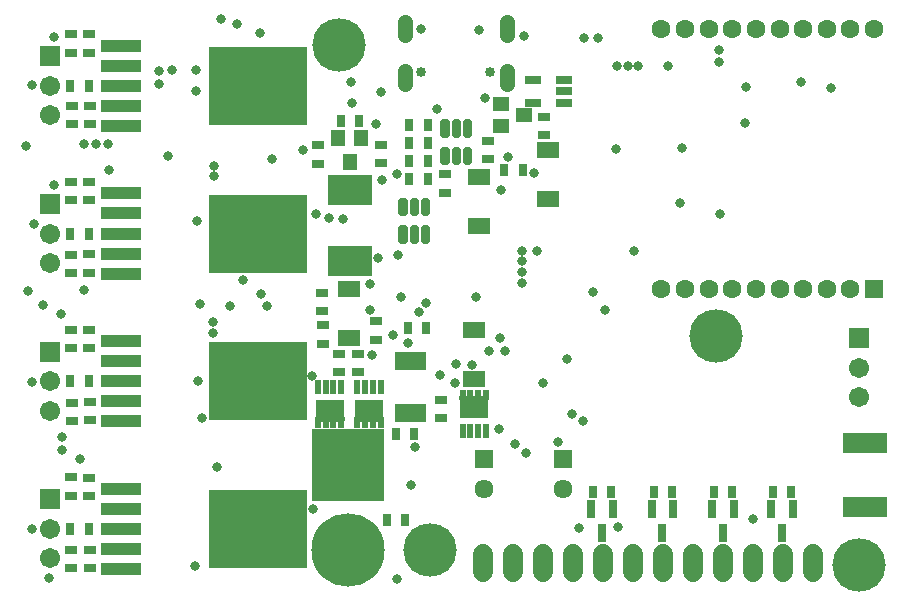
<source format=gbr>
G04 EAGLE Gerber RS-274X export*
G75*
%MOMM*%
%FSLAX34Y34*%
%LPD*%
%INSoldermask Bottom*%
%IPPOS*%
%AMOC8*
5,1,8,0,0,1.08239X$1,22.5*%
G01*
%ADD10R,1.100000X0.750000*%
%ADD11R,0.750000X1.100000*%
%ADD12R,1.923200X1.323200*%
%ADD13R,1.711200X1.711200*%
%ADD14C,1.711200*%
%ADD15R,0.653200X1.603200*%
%ADD16R,3.703200X1.703200*%
%ADD17R,6.203200X6.203200*%
%ADD18C,6.203200*%
%ADD19R,3.703200X2.553200*%
%ADD20R,0.608200X1.193200*%
%ADD21R,0.608200X0.713200*%
%ADD22R,2.438200X1.928200*%
%ADD23R,0.403200X0.453200*%
%ADD24R,1.203200X1.473200*%
%ADD25R,1.473200X1.203200*%
%ADD26R,1.403200X0.753200*%
%ADD27R,3.403600X1.117600*%
%ADD28R,8.356600X6.705600*%
%ADD29C,0.499716*%
%ADD30R,0.762000X1.524000*%
%ADD31C,1.711200*%
%ADD32C,1.311200*%
%ADD33C,0.853200*%
%ADD34R,1.603200X1.603200*%
%ADD35C,1.603200*%
%ADD36R,1.611200X1.611200*%
%ADD37C,1.611200*%
%ADD38C,0.809600*%
%ADD39C,4.519200*%


D10*
X371000Y171550D03*
X371000Y156050D03*
X57900Y29050D03*
X57900Y44550D03*
X74100Y44850D03*
X74100Y29350D03*
X74100Y169750D03*
X74100Y154250D03*
X57900Y279150D03*
X57900Y294650D03*
X73100Y294950D03*
X73100Y279450D03*
X58900Y404950D03*
X58900Y420450D03*
X316100Y238250D03*
X316100Y222750D03*
X74100Y420350D03*
X74100Y404850D03*
D11*
X340650Y70100D03*
X325150Y70100D03*
X348050Y142900D03*
X332550Y142900D03*
D10*
X267100Y387150D03*
X267100Y371650D03*
X58900Y153850D03*
X58900Y169350D03*
D12*
X293300Y224450D03*
X293300Y265950D03*
X398700Y230450D03*
X398700Y188950D03*
X461300Y341350D03*
X461300Y382850D03*
D13*
X40000Y87500D03*
D14*
X40000Y62500D03*
X40000Y37500D03*
D13*
X40000Y212500D03*
D14*
X40000Y187500D03*
X40000Y162500D03*
D13*
X40000Y337500D03*
D14*
X40000Y312500D03*
X40000Y287500D03*
D13*
X40000Y462500D03*
D14*
X40000Y437500D03*
X40000Y412500D03*
D15*
X335550Y204900D03*
X342050Y204900D03*
X348550Y204900D03*
X355050Y204900D03*
X355050Y160900D03*
X348550Y160900D03*
X342050Y160900D03*
X335550Y160900D03*
D16*
X729900Y80800D03*
X729900Y134800D03*
D17*
X292200Y116600D03*
D18*
X292200Y44600D03*
D19*
X293800Y349750D03*
X293800Y289250D03*
D20*
X409120Y145650D03*
X402520Y145650D03*
X395920Y145650D03*
X389320Y145650D03*
D21*
X389320Y176750D03*
X395920Y176750D03*
X402520Y176750D03*
X409120Y176750D03*
D22*
X399220Y165580D03*
D23*
X388240Y172950D03*
X410160Y172950D03*
D24*
X293700Y373300D03*
X303200Y393300D03*
X284200Y393300D03*
D20*
X300080Y182450D03*
X306680Y182450D03*
X313280Y182450D03*
X319880Y182450D03*
D21*
X319880Y151350D03*
X313280Y151350D03*
X306680Y151350D03*
X300080Y151350D03*
D22*
X309980Y162520D03*
D23*
X320960Y155150D03*
X299040Y155150D03*
D20*
X266780Y182450D03*
X273380Y182450D03*
X279980Y182450D03*
X286580Y182450D03*
D21*
X286580Y151350D03*
X279980Y151350D03*
X273380Y151350D03*
X266780Y151350D03*
D22*
X276680Y162520D03*
D23*
X287660Y155150D03*
X265740Y155150D03*
D25*
X441700Y412800D03*
X421700Y422300D03*
X421700Y403300D03*
D10*
X73000Y90450D03*
X73000Y105950D03*
X58000Y90550D03*
X58000Y106050D03*
D11*
X667250Y94000D03*
X651750Y94000D03*
D10*
X270700Y219350D03*
X270700Y234850D03*
X270000Y246650D03*
X270000Y262150D03*
D11*
X617650Y94000D03*
X602150Y94000D03*
D10*
X73000Y215250D03*
X73000Y230750D03*
X58000Y215350D03*
X58000Y230850D03*
X285000Y195450D03*
X285000Y210950D03*
D11*
X72750Y62500D03*
X57250Y62500D03*
X515150Y94000D03*
X499650Y94000D03*
X72750Y187500D03*
X57250Y187500D03*
D10*
X73000Y340650D03*
X73000Y356150D03*
X58000Y341050D03*
X58000Y356550D03*
D11*
X72750Y312500D03*
X57250Y312500D03*
D10*
X73100Y465750D03*
X73100Y481250D03*
X58100Y465650D03*
X58100Y481150D03*
D11*
X72750Y437500D03*
X57250Y437500D03*
X566650Y94100D03*
X551150Y94100D03*
D10*
X457900Y411350D03*
X457900Y395850D03*
D11*
X440250Y366100D03*
X424750Y366100D03*
D10*
X301100Y194950D03*
X301100Y210450D03*
D11*
X358650Y232700D03*
X343150Y232700D03*
X301950Y408100D03*
X286450Y408100D03*
D10*
X319800Y387850D03*
X319800Y372350D03*
D26*
X475200Y442300D03*
X475200Y432800D03*
X475200Y423300D03*
X449200Y423300D03*
X449200Y442300D03*
D27*
X99957Y28464D03*
X99957Y45482D03*
X99957Y62500D03*
X99957Y79518D03*
X99957Y96536D03*
D28*
X215654Y62500D03*
D27*
X99957Y153464D03*
X99957Y170482D03*
X99957Y187500D03*
X99957Y204518D03*
X99957Y221536D03*
D28*
X215654Y187500D03*
D27*
X99957Y278464D03*
X99957Y295482D03*
X99957Y312500D03*
X99957Y329518D03*
X99957Y346536D03*
D28*
X215654Y312500D03*
D27*
X99957Y403464D03*
X99957Y420482D03*
X99957Y437500D03*
X99957Y454518D03*
X99957Y471536D03*
D28*
X215654Y437500D03*
D29*
X359468Y316968D02*
X359468Y306232D01*
X356532Y306232D01*
X356532Y316968D01*
X359468Y316968D01*
X359468Y310979D02*
X356532Y310979D01*
X356532Y315726D02*
X359468Y315726D01*
X349968Y316968D02*
X349968Y306232D01*
X347032Y306232D01*
X347032Y316968D01*
X349968Y316968D01*
X349968Y310979D02*
X347032Y310979D01*
X347032Y315726D02*
X349968Y315726D01*
X340468Y316968D02*
X340468Y306232D01*
X337532Y306232D01*
X337532Y316968D01*
X340468Y316968D01*
X340468Y310979D02*
X337532Y310979D01*
X337532Y315726D02*
X340468Y315726D01*
X340468Y329632D02*
X340468Y340368D01*
X340468Y329632D02*
X337532Y329632D01*
X337532Y340368D01*
X340468Y340368D01*
X340468Y334379D02*
X337532Y334379D01*
X337532Y339126D02*
X340468Y339126D01*
X349968Y340368D02*
X349968Y329632D01*
X347032Y329632D01*
X347032Y340368D01*
X349968Y340368D01*
X349968Y334379D02*
X347032Y334379D01*
X347032Y339126D02*
X349968Y339126D01*
X359468Y340368D02*
X359468Y329632D01*
X356532Y329632D01*
X356532Y340368D01*
X359468Y340368D01*
X359468Y334379D02*
X356532Y334379D01*
X356532Y339126D02*
X359468Y339126D01*
D30*
X498356Y79160D03*
X516644Y79160D03*
X507500Y58840D03*
X549356Y79160D03*
X567644Y79160D03*
X558500Y58840D03*
X650356Y79160D03*
X668644Y79160D03*
X659500Y58840D03*
X600656Y79160D03*
X618944Y79160D03*
X609800Y58840D03*
D31*
X685700Y41040D02*
X685700Y25960D01*
X660300Y25960D02*
X660300Y41040D01*
X634900Y41040D02*
X634900Y25960D01*
X609500Y25960D02*
X609500Y41040D01*
X584100Y41040D02*
X584100Y25960D01*
X558700Y25960D02*
X558700Y41040D01*
X533300Y41040D02*
X533300Y25960D01*
X507900Y25960D02*
X507900Y41040D01*
X482500Y41040D02*
X482500Y25960D01*
X457100Y25960D02*
X457100Y41040D01*
X431700Y41040D02*
X431700Y25960D01*
X406300Y25960D02*
X406300Y41040D01*
D32*
X426600Y480760D02*
X426600Y491840D01*
X340200Y491840D02*
X340200Y480760D01*
X340200Y450040D02*
X340200Y438960D01*
X426600Y438960D02*
X426600Y450040D01*
D33*
X354500Y449500D03*
X412300Y449500D03*
D34*
X737700Y265400D03*
D35*
X717700Y265400D03*
X697700Y265400D03*
X677700Y265400D03*
X657700Y265400D03*
X637700Y265400D03*
X617700Y265400D03*
X597700Y265400D03*
X577700Y265400D03*
X557700Y265400D03*
X557700Y485400D03*
X577700Y485400D03*
X597700Y485400D03*
X617700Y485400D03*
X637700Y485400D03*
X657700Y485400D03*
X677700Y485400D03*
X697700Y485400D03*
X717700Y485400D03*
X737700Y485400D03*
D13*
X725000Y224000D03*
D14*
X725000Y199000D03*
X725000Y174000D03*
D36*
X474000Y121500D03*
D37*
X474000Y96500D03*
D36*
X407000Y121500D03*
D37*
X407000Y96500D03*
D11*
X344250Y404000D03*
X359750Y404000D03*
D12*
X403000Y319250D03*
X403000Y360750D03*
D11*
X344250Y374000D03*
X359750Y374000D03*
D10*
X374000Y362750D03*
X374000Y347250D03*
D11*
X344250Y389000D03*
X359750Y389000D03*
D29*
X394968Y383668D02*
X394968Y372932D01*
X392032Y372932D01*
X392032Y383668D01*
X394968Y383668D01*
X394968Y377679D02*
X392032Y377679D01*
X392032Y382426D02*
X394968Y382426D01*
X385468Y383668D02*
X385468Y372932D01*
X382532Y372932D01*
X382532Y383668D01*
X385468Y383668D01*
X385468Y377679D02*
X382532Y377679D01*
X382532Y382426D02*
X385468Y382426D01*
X375968Y383668D02*
X375968Y372932D01*
X373032Y372932D01*
X373032Y383668D01*
X375968Y383668D01*
X375968Y377679D02*
X373032Y377679D01*
X373032Y382426D02*
X375968Y382426D01*
X375968Y396332D02*
X375968Y407068D01*
X375968Y396332D02*
X373032Y396332D01*
X373032Y407068D01*
X375968Y407068D01*
X375968Y401079D02*
X373032Y401079D01*
X373032Y405826D02*
X375968Y405826D01*
X385468Y407068D02*
X385468Y396332D01*
X382532Y396332D01*
X382532Y407068D01*
X385468Y407068D01*
X385468Y401079D02*
X382532Y401079D01*
X382532Y405826D02*
X385468Y405826D01*
X394968Y407068D02*
X394968Y396332D01*
X392032Y396332D01*
X392032Y407068D01*
X394968Y407068D01*
X394968Y401079D02*
X392032Y401079D01*
X392032Y405826D02*
X394968Y405826D01*
D10*
X411000Y390750D03*
X411000Y375250D03*
D11*
X359750Y359000D03*
X344250Y359000D03*
D38*
X383000Y186000D03*
X420000Y147000D03*
X676000Y441000D03*
X606000Y458000D03*
X519000Y384000D03*
X534000Y298000D03*
X628000Y406000D03*
X575000Y385000D03*
X488000Y63000D03*
X143000Y451000D03*
X43000Y479000D03*
X164000Y451000D03*
X43000Y354000D03*
X90000Y366000D03*
X49000Y244000D03*
X65000Y122000D03*
X50000Y129000D03*
X428000Y377000D03*
X563000Y454000D03*
D39*
X604000Y226000D03*
X362000Y45000D03*
X285000Y472000D03*
D38*
X311000Y248000D03*
X349000Y132000D03*
X288000Y325000D03*
X425000Y213000D03*
X482000Y160000D03*
X346000Y100000D03*
X443000Y127000D03*
X470000Y136000D03*
X228000Y376000D03*
X370000Y193000D03*
X335000Y294000D03*
X635000Y71000D03*
X521000Y64000D03*
X295000Y441000D03*
X500000Y263000D03*
X504000Y478000D03*
X218400Y261200D03*
X164000Y433000D03*
X321000Y358000D03*
D39*
X725000Y32000D03*
D38*
X401000Y259000D03*
X422000Y349000D03*
X334000Y363000D03*
X316000Y405000D03*
X452000Y298000D03*
X573000Y338000D03*
X263000Y79000D03*
X457000Y186000D03*
X421000Y224000D03*
X403000Y485000D03*
X178000Y238000D03*
X203000Y273000D03*
X337000Y259000D03*
X352000Y246000D03*
X412000Y213000D03*
X384000Y202000D03*
X140000Y378000D03*
X165200Y188000D03*
X164300Y322800D03*
X167000Y253000D03*
X358000Y254000D03*
X318000Y292000D03*
X701000Y436000D03*
X179000Y370000D03*
X132000Y439000D03*
X198000Y490000D03*
X629000Y437000D03*
X34000Y252000D03*
X21000Y264000D03*
X179000Y361000D03*
X132000Y450000D03*
X185000Y494000D03*
X354000Y486000D03*
X441000Y480000D03*
X606000Y468000D03*
X440000Y271000D03*
X440000Y280000D03*
X440000Y289000D03*
X440000Y298000D03*
X178000Y228000D03*
X163000Y31000D03*
X169000Y156000D03*
X181000Y115000D03*
X69000Y388000D03*
X79000Y388000D03*
X89000Y388000D03*
X408000Y427000D03*
X368000Y418000D03*
X320000Y432000D03*
X334000Y20000D03*
X218000Y482000D03*
X296000Y423000D03*
X313000Y210000D03*
X276000Y326000D03*
X261900Y191700D03*
X265000Y329000D03*
X20000Y387000D03*
X69000Y265000D03*
X50000Y140000D03*
X39000Y21000D03*
X192000Y251000D03*
X607000Y329000D03*
X510000Y248000D03*
X478000Y206000D03*
X491000Y154000D03*
X397000Y201000D03*
X224000Y251000D03*
X311000Y270000D03*
X330000Y227000D03*
X25000Y62000D03*
X25000Y187000D03*
X520000Y454000D03*
X529000Y454000D03*
X26000Y321000D03*
X25000Y438000D03*
X434000Y134000D03*
X538000Y454000D03*
X343000Y220000D03*
X492000Y478000D03*
X450000Y364000D03*
X254100Y383100D03*
M02*

</source>
